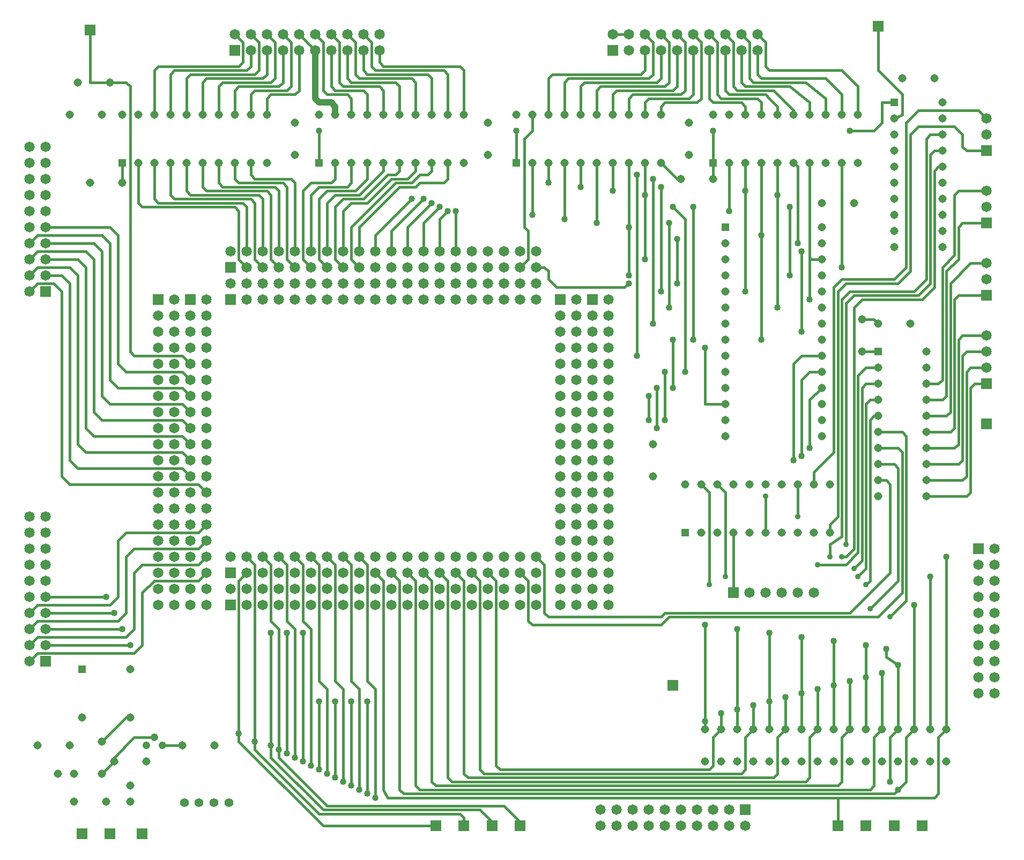
<source format=gbl>
G04 Output by ViewMate Deluxe V11.0.9  PentaLogix LLC*
G04 Sun Jun 14 09:31:16 2015*
%FSLAX33Y33*%
%MOMM*%
%IPPOS*%
%ADD16C,1.209*%
%ADD17C,0.4064*%
%ADD18C,1.016*%
%ADD19C,0.9068*%
%ADD20C,1.016*%
%ADD102R,1.651X1.651*%
%ADD103C,1.651*%
%ADD104R,1.8009X1.8009*%
%ADD105C,1.3081*%
%ADD106R,1.3081X1.3081*%
%ADD107C,1.4224*%

%LPD*%
X0Y0D2*D17*G1X140018Y94932D2*X150178Y94932D1*X150812Y94298D2*X140652Y94298D1*X13018Y46672D2*X22542Y46672D1*X26352Y39052D2*X13018Y39052D1*X147638Y16192D2*X148908Y17462D1*X148908Y24448*X150178Y25718*X116522Y64452D2*X117792Y63182D1*X40322Y112078D2*X40322Y115252D1*X49848Y101282D2*X49848Y110808D1*X49212Y111442*X40958Y111442*X40322Y112078*X25082Y115252D2*X25082Y112078D1*X27622Y115252D2*X27622Y108902D1*X28258Y108268*X42862Y108268*X43498Y107632*X43498Y100012*X44768Y98742*X44768Y101282D2*X44768Y108268D1*X44132Y108902*X30798Y108902*X30162Y109538*X30162Y115252*X32702Y115252D2*X32702Y110172D1*X33338Y109538*X45402Y109538*X46038Y108902*X46038Y100012*X47308Y98742*X47308Y101282D2*X47308Y109538D1*X46672Y110172*X35878Y110172*X35242Y110808*X35242Y115252*X37782Y115252D2*X37782Y111442D1*X38418Y110808*X47942Y110808*X48578Y110172*X48578Y100012*X49848Y98742*X52388Y98742D2*X51118Y100012D1*X51118Y111442*X50482Y112078*X43498Y112078*X42862Y112712*X42862Y115252*X45402Y115252D2*X45402Y113348D1*X46038Y112712*X51752Y112712*X52388Y112078*X52388Y101282*X65088Y101282D2*X65088Y103822D1*X70802Y109538*X105092Y135572D2*X102552Y135572D1*X144462Y136842D2*X144462Y129858D1*X148272Y126048*X147002Y122238D2*X148272Y122872D1*X148272Y126048*X147002Y124778D2*X145098Y124778D1*X145098Y121602*X143828Y120332*X140018Y120332*X126048Y115252D2*X126048Y103822D1*X123508Y115252D2*X123508Y110808D1*X110172Y115252D2*X112712Y112712D1*X113348Y112712*X115252Y87312D2*X115252Y108268D1*X112712Y103188D2*X112712Y96202D1*X107632Y100012D2*X107632Y110172D1*X107632Y115252*X102552Y110808D2*X102552Y115252D1*X100012Y115252D2*X100012Y105728D1*X97472Y115252D2*X97472Y111442D1*X87312Y115252D2*X87312Y120332D1*X89852Y115252D2*X89852Y106998D1*X92392Y115252D2*X92392Y112078D1*X94932Y106362D2*X94932Y115252D1*X90488Y98742D2*X91758Y98742D1*X92392Y98108*X92392Y96838*X93662Y95568*X104458Y95568*X105092Y96202*X105092Y97472D2*X105092Y105092D1*X105092Y115252*X106362Y84772D2*X106362Y113348D1*X110808Y82232D2*X110808Y74612D1*X108268Y74612D2*X108268Y78422D1*X109538Y79692D2*X109538Y73342D1*X112078Y87312D2*X112078Y79692D1*X108902Y112712D2*X108902Y89852D1*X110172Y94932D2*X110172Y111442D1*X111442Y105728D2*X111442Y92392D1*X112078Y108268D2*X113982Y106362D1*X113982Y82232*X120332Y77152D2*X117158Y77152D1*X117158Y86042*X126048Y103822D2*X126048Y87312D1*X130492Y97472D2*X130492Y108268D1*X138748Y115252D2*X138748Y98742D1*X133668Y100394D2*X133668Y115252D1*X133668Y100012D2*X133858Y99949D1*X135572Y100012D2*X133858Y99949D1*X133668Y100394*X133668Y100012*X133668Y93662*X132398Y101282D2*X132398Y88582D1*X131762Y102552D2*X131762Y114618D1*X131128Y115252*X128588Y115252D2*X128588Y110172D1*X128588Y92392*X123508Y110808D2*X123508Y94932D1*X120968Y115252D2*X120968Y107632D1*X118428Y112712D2*X118428Y115252D1*X118428Y120332*X125412Y133032D2*X125412Y129222D1*X125412Y135572D2*X126682Y134302D1*X126682Y130492*X127318Y129858*X138748Y129858*X141288Y127318*X141288Y122872*X138748Y122872D2*X138748Y126048D1*X136208Y128588*X126048Y128588*X125412Y129222*X122872Y133032D2*X122872Y127952D1*X122872Y135572D2*X124142Y134302D1*X124142Y128588*X124778Y127952*X133032Y127952*X136208Y125412*X136208Y122872*X133668Y122872D2*X133668Y124778D1*X130492Y127318*X123508Y127318*X122872Y127952*X120332Y133032D2*X120332Y126682D1*X120332Y135572D2*X121602Y134302D1*X121602Y127318*X122238Y126682*X127952Y126682*X131128Y123508*X131128Y122872*X128588Y122872D2*X128588Y124142D1*X127318Y125412*X126682Y126048*X120968Y126048*X120332Y126682*X117792Y133032D2*X117792Y125412D1*X117792Y135572D2*X119062Y134302D1*X119062Y126048*X119698Y125412*X125412Y125412*X126048Y124778*X126048Y122872*X123508Y122872D2*X123508Y124142D1*X122872Y124778*X118428Y124778*X117792Y125412*X110172Y122872D2*X110172Y124142D1*X110808Y124778*X115888Y124778*X116522Y125412*X116522Y134302*X115252Y135572*X113982Y134302D2*X112712Y135572D1*X115252Y133032D2*X115252Y126048D1*X114618Y125412*X108268Y125412*X107632Y124778*X107632Y122872*X105092Y122872D2*X105092Y125412D1*X105728Y126048*X113348Y126048*X113982Y126682*X113982Y134302*X112712Y133032D2*X112712Y127318D1*X112078Y126682*X103188Y126682*X102552Y126048*X102552Y122872*X100012Y122872D2*X100012Y126682D1*X100648Y127318*X110808Y127318*X111442Y127952*X111442Y134302*X110172Y135572*X108902Y134302D2*X107632Y135572D1*X110172Y133032D2*X110172Y128588D1*X109538Y127952*X98108Y127952*X97472Y127318*X97472Y122872*X94932Y122872D2*X94932Y127952D1*X95568Y128588*X108268Y128588*X108902Y129222*X108902Y134302*X107632Y133032D2*X107632Y129858D1*X106998Y129222*X93028Y129222*X92392Y128588*X92392Y122872*X89852Y122872D2*X89852Y120332D1*X88582Y119062*X88582Y105092*X89218Y104458*X89218Y100012*X87948Y98742*X77788Y107632D2*X77788Y101282D1*X76518Y107632D2*X75248Y106362D1*X75248Y101282*X72708Y101282D2*X72708Y105728D1*X75248Y108268*X73978Y108902D2*X70168Y105092D1*X70168Y101282*X67628Y101282D2*X67628Y104458D1*X72708Y109538*X76518Y115252D2*X76518Y112712D1*X75882Y112078*X72072Y112078*X71438Y111442*X68898Y111442*X62548Y105092*X62548Y101282*X61278Y100012D2*X62548Y98742D1*X60008Y101282D2*X60008Y107632D1*X61278Y108902*X63818Y108902*X67628Y112712*X70168Y112712*X71438Y113982*X71438Y115252*X73978Y115252D2*X73978Y113982D1*X73342Y113348*X72072Y113348*X70802Y112078*X68262Y112078*X61278Y105092*X61278Y100012*X58738Y100012D2*X60008Y98742D1*X57468Y101282D2*X57468Y108902D1*X58738Y110172*X62548Y110172*X66358Y113982*X66358Y115252*X68898Y115252D2*X68898Y113982D1*X68262Y113348*X66992Y113348*X63182Y109538*X60008Y109538*X58738Y108268*X58738Y100012*X56198Y100012D2*X57468Y98742D1*X54928Y101282D2*X54928Y110172D1*X56198Y111442*X60642Y111442*X61278Y112078*X61278Y115252*X63818Y115252D2*X63818Y112712D1*X61912Y110808*X57468Y110808*X56198Y109538*X56198Y100012*X54928Y98742D2*X53658Y100012D1*X53658Y110808*X54928Y112078*X58102Y112078*X58738Y112712*X58738Y115252*X56198Y120332D2*X56198Y115252D1*X65722Y133032D2*X65722Y131128D1*X66358Y130492*X78422Y130492*X79058Y129858*X79058Y122872*X76518Y122872D2*X76518Y129222D1*X75882Y129858*X65088Y129858*X64452Y130492*X64452Y134302*X63182Y135572*X63182Y133032D2*X63182Y129858D1*X63818Y129222*X73342Y129222*X73978Y128588*X73978Y122872*X71438Y122872D2*X71438Y127952D1*X70802Y128588*X62548Y128588*X61912Y129222*X61912Y134302*X60642Y135572*X60642Y133032D2*X60642Y128588D1*X61278Y127952*X68262Y127952*X68898Y127318*X68898Y122872*X66358Y122872D2*X66358Y126682D1*X65722Y127318*X60008Y127318*X59372Y127952*X59372Y134302*X58102Y135572*X56832Y134302D2*X55562Y135572D1*X58102Y133032D2*X58102Y127318D1*X58738Y126682*X63182Y126682*X63818Y126048*X63818Y122872*X61278Y122872D2*X61278Y125412D1*X60642Y126048*X57468Y126048*X56832Y126682*X56832Y134302*X53022Y135572D2*X55562Y133032D1*X47942Y135572D2*X49212Y134302D1*X44132Y134302D2*X42862Y135572D1*X40322Y127318D2*X40958Y127952D1*X48578Y127952*X49212Y128588*X49212Y134302*X51752Y134302D2*X50482Y135572D1*X53022Y133032D2*X53022Y126682D1*X52388Y126048*X48578Y126048*X47942Y125412*X47942Y122872*X45402Y122872D2*X45402Y126048D1*X46038Y126682*X51118Y126682*X51752Y127318*X51752Y134302*X50482Y133032D2*X50482Y127952D1*X49848Y127318*X43498Y127318*X42862Y126682*X42862Y122872*X40322Y127318D2*X40322Y122872D1*X30162Y129858D2*X30798Y130492D1*X43498Y130492*X44132Y131128*X44132Y134302*X46672Y134302D2*X45402Y135572D1*X47942Y133032D2*X47942Y129222D1*X47308Y128588*X38418Y128588*X37782Y127952*X37782Y122872*X35242Y122872D2*X35242Y128588D1*X35878Y129222*X46038Y129222*X46672Y129858*X46672Y134302*X45402Y133032D2*X45402Y130492D1*X44768Y129858*X33338Y129858*X32702Y129222*X32702Y122872*X30162Y129858D2*X30162Y122872D1*X20002Y136208D2*X20002Y127952D1*X23178Y127952*X25718Y127952*X26352Y127318*X26352Y85408*X26988Y84772*X34608Y84772*X35878Y83502*X35878Y80962D2*X34608Y82232D1*X25718Y82232*X24448Y83502*X24448Y103822*X23178Y105092*X13018Y105092*X13018Y102552D2*X20638Y102552D1*X21908Y101282*X21908Y78422*X23178Y77152*X34608Y77152*X35878Y75882*X35878Y78422D2*X34608Y79692D1*X24448Y79692*X23178Y80962*X23178Y102552*X21908Y103822*X11748Y103822*X10478Y102552*X10478Y100012D2*X11748Y101282D1*X19368Y101282*X20638Y100012*X20638Y75882*X21908Y74612*X34608Y74612*X35878Y73342*X35878Y70802D2*X34608Y72072D1*X20638Y72072*X19368Y73342*X19368Y98742*X18098Y100012*X13018Y100012*X13018Y97472D2*X15558Y97472D1*X16828Y96202*X16828Y68262*X18098Y66992*X34608Y66992*X35878Y65722*X35878Y68262D2*X34608Y69532D1*X19368Y69532*X18098Y70802*X18098Y97472*X16828Y98742*X11748Y98742*X10478Y97472*X10478Y94932D2*X11748Y96202D1*X14288Y96202*X15558Y94932*X15558Y65722*X16828Y64452*X37148Y64452*X38418Y63182*X38418Y55562D2*X37148Y54292D1*X38418Y58102D2*X37148Y56832D1*X25718Y56832*X24448Y55562*X24448Y46672*X23178Y45402*X11748Y45402*X10478Y44132*X23812Y44132D2*X13018Y44132D1*X13018Y41592D2*X25082Y41592D1*X10478Y41592D2*X11748Y42862D1*X24448Y42862*X25718Y44132*X25718Y53022*X26988Y54292*X37148Y54292*X38418Y53022D2*X37148Y51752D1*X28258Y51752*X26988Y50482*X26988Y41592*X25718Y40322*X11748Y40322*X10478Y39052*X10478Y36512D2*X11748Y37782D1*X26988Y37782*X28258Y39052*X28258Y47308*X30162Y49212*X37148Y49212*X38418Y50482*X54928Y20002D2*X54928Y41592D1*X43498Y23812D2*X56832Y10478D1*X74612Y10478*X81598Y13018D2*X83502Y11112D1*X83502Y10478*X87948Y10478D2*X87948Y11112D1*X85408Y13652*X57468Y13652*X49848Y21272*X49848Y22542*X49848Y41592*X51118Y21908D2*X51118Y40958D1*X56198Y19368D2*X56198Y30162D1*X60008Y32068D2*X60008Y17462D1*X61278Y16828D2*X61278Y30162D1*X65088Y32068D2*X65088Y14922D1*X82868Y50482D2*X84138Y49212D1*X84138Y20002*X84772Y19368*X117792Y19368*X118428Y20002*X118428Y24448*X122238Y28892D2*X122238Y25718D1*X124778Y29528D2*X124778Y25718D1*X123508Y24448*X123508Y19368*X122872Y18732*X82232Y18732*X81598Y19368*X81598Y49212*X80328Y50482*X77788Y50482D2*X79058Y49212D1*X79058Y18732*X79692Y18098*X127952Y18098*X128588Y18732*X128588Y24448*X132398Y31432D2*X132398Y25718D1*X134938Y32068D2*X134938Y25718D1*X133668Y24448*X133668Y18098*X133032Y17462*X77152Y17462*X76518Y18098*X76518Y49212*X75248Y50482*X72708Y50482D2*X73978Y49212D1*X73978Y17462*X74612Y16828*X138112Y16828*X138748Y17462*X138748Y24448*X142558Y33972D2*X142558Y25718D1*X145098Y34608D2*X145098Y25718D1*X143828Y24448*X143828Y16828*X143192Y16192*X72072Y16192*X71438Y16828*X71438Y49212*X70168Y50482*X67628Y50482D2*X68898Y49212D1*X68898Y16192*X69532Y15558*X147002Y15558*X147638Y16192*X146368Y17462D2*X146368Y24448D1*X147638Y25718*X147638Y35878*X145732Y37148*X145732Y38418*X142558Y33972D2*X142558Y39052D1*X140018Y33338D2*X140018Y25718D1*X138748Y24448*X137478Y25718D2*X137478Y32702D1*X137478Y39688*X132398Y31432D2*X132398Y40322D1*X129858Y30798D2*X129858Y25718D1*X128588Y24448*X127318Y25718D2*X127318Y30162D1*X127318Y40958*X122238Y28892D2*X122238Y41592D1*X119698Y28258D2*X119698Y25718D1*X118428Y24448*X117158Y25718D2*X117158Y26988D1*X117158Y42228*X117792Y63182D2*X117792Y48578D1*X119062Y64452D2*X120332Y63182D1*X120332Y49848*X121602Y56832D2*X121602Y47308D1*X126682Y62548D2*X126682Y56832D1*X131128Y68262D2*X131128Y83502D1*X132398Y84772*X135572Y84772*X135572Y82232D2*X133668Y82232D1*X132398Y80962*X132398Y68898*X133668Y70168D2*X133668Y77788D1*X135572Y79692*X142558Y77152D2*X143192Y77788D1*X144462Y77788*X141922Y85408D2*X144462Y85408D1*X141922Y90488D2*X143828Y90488D1*X144462Y89852*X161608Y87948D2*X157798Y87948D1*X161608Y80328D2*X159702Y80328D1*X159068Y79692*X159068Y63182*X158432Y62548*X152082Y62548*X152082Y65088D2*X157798Y65088D1*X158432Y65722*X158432Y82232*X159068Y82868*X161608Y82868*X161608Y85408D2*X158432Y85408D1*X157798Y84772*X157798Y68262*X157162Y67628*X152082Y67628*X152082Y70168D2*X156528Y70168D1*X157162Y70802*X157162Y87312*X157798Y87948*X161608Y99378D2*X159068Y99378D1*X161608Y94298D2*X157162Y94298D1*X156528Y93662*X156528Y73342*X155892Y72708*X152082Y72708*X152082Y75248D2*X155258Y75248D1*X155892Y75882*X155892Y96202*X159068Y99378*X161608Y110808D2*X157162Y110808D1*X161608Y105728D2*X157798Y105728D1*X157162Y105092*X157162Y100012*X155258Y98108*X155258Y78422*X154622Y77788*X152082Y77788*X152082Y80328D2*X153988Y80328D1*X154622Y80962*X154622Y98742*X156528Y100648*X156528Y110172*X157162Y110808*X154622Y114618D2*X153988Y114618D1*X153352Y113982*X153352Y95568*X151448Y93662*X141922Y93662*X140652Y92392*X140652Y54292*X138748Y53022D2*X139382Y53022D1*X140652Y54292*X139382Y54928D2*X139382Y93028D1*X140652Y94298*X150812Y94298D2*X152718Y96202D1*X152718Y116522*X153352Y117158*X154622Y117158*X156528Y120968D2*X150812Y120968D1*X149542Y119698*X149542Y98108*X147638Y96202*X139382Y96202*X138112Y94932*X138112Y59372*X136842Y58102*X136842Y56832*X131762Y64452D2*X131762Y59372D1*X134302Y64452D2*X134302Y66358D1*X137478Y69532*X137478Y95568*X138748Y96838*X147002Y96838*X148908Y98742*X148908Y121602*X150812Y123508*X160338Y123508*X161608Y122238*X161608Y117158D2*X158432Y117158D1*X157798Y117792*X157798Y119698*X156528Y120968*X154622Y119698D2*X152718Y119698D1*X152082Y119062*X152082Y96838*X150178Y94932*X140018Y94932D2*X138748Y93662D1*X138748Y56198*X136842Y54928*X136842Y53022*X134938Y51752D2*X139382Y51752D1*X141288Y53658*X141288Y81598*X142558Y82868*X144462Y82868*X144462Y80328D2*X142558Y80328D1*X141922Y79692*X141922Y52388*X140652Y51118*X141288Y49848D2*X142558Y51118D1*X142558Y77152*X144462Y75248D2*X143828Y75248D1*X143192Y74612*X143192Y49212*X142558Y48578*X146368Y43498D2*X148908Y46038D1*X143192Y44768D2*X147638Y49212D1*X147638Y66992*X147002Y67628*X144462Y67628*X144462Y65088D2*X145732Y65088D1*X146368Y64452*X146368Y50482*X140018Y44132*X110808Y44132*X110172Y43498*X92392Y43498*X91758Y44132*X91758Y51752*X90488Y53022*X87948Y50482D2*X89218Y49212D1*X89218Y42862*X89852Y42228*X110172Y42228*X111442Y43498*X144462Y43498*X148272Y47308*X148272Y69532*X147638Y70168*X144462Y70168*X144462Y72708D2*X148272Y72708D1*X148908Y72072*X148908Y46038*X150178Y25718D2*X150178Y45402D1*X152718Y49848D2*X152718Y25718D1*X155258Y53022D2*X155258Y25718D1*X153988Y24448*X153988Y15558*X153352Y14922*X138112Y14922*X138112Y10478D2*X138112Y14922D1*X66992Y14922*X66358Y16192*X66358Y49212*X65088Y50482*X62548Y53022D2*X63818Y51752D1*X63818Y33338*X65088Y32068*X63818Y15558D2*X63818Y30162D1*X62548Y16192D2*X62548Y32068D1*X61278Y33338*X61278Y51752*X60008Y53022*X57468Y53022D2*X58738Y51752D1*X58738Y33338*X60008Y32068*X58738Y18098D2*X58738Y30162D1*X57468Y18732D2*X57468Y32068D1*X56198Y33338*X56198Y51752*X54928Y53022*X52388Y53022D2*X53658Y51752D1*X53658Y42862*X54928Y41592*X53658Y20638D2*X53658Y40958D1*X52388Y21272D2*X52388Y41592D1*X51118Y42862*X51118Y51752*X49848Y53022*X47308Y53022D2*X48578Y51752D1*X48578Y42862*X49848Y41592*X48578Y40958D2*X48578Y23178D1*X48578Y21272*X56832Y13018*X81598Y13018*X79058Y10478D2*X79058Y11748D1*X78422Y12382*X56198Y12382*X46038Y22542*X46038Y23812*X46038Y51752*X44768Y53022*X44768Y50482D2*X43498Y49212D1*X43498Y25082*X43498Y23812*X31432Y23178D2*X34608Y23178D1*X26352Y27622D2*X25718Y27622D1*X21908Y23812*X21908Y18732D2*X23812Y20638D1*X23812Y21272*X26988Y24448*X30162Y24448*D18*X55562Y133032D2*X55562Y125412D1*X56198Y124778*X58102Y124778*X58738Y124142*X58738Y122872*D16*X28892Y23178D3*X30162Y24448D3*X31432Y23178D3*D19*X117792Y48578D3*X120332Y49848D3*X146368Y43498D3*X143192Y44768D3*X142558Y48578D3*X141288Y49848D3*X140652Y51118D3*X139382Y54928D3*X138748Y53022D3*X134938Y51752D3*X136842Y53022D3*X131762Y59372D3*X126682Y62548D3*D20*X48578Y40958D3*X51118Y40958D3*X53658Y40958D3*X56198Y30162D3*X58738Y30162D3*X61278Y30162D3*X63818Y30162D3*X65088Y14922D3*X63818Y15558D3*X62548Y16192D3*X61278Y16828D3*X60008Y17462D3*X58738Y18098D3*X57468Y18732D3*X56198Y19368D3*X54928Y20002D3*X53658Y20638D3*X52388Y21272D3*X51118Y21908D3*X49848Y22542D3*X48578Y23178D3*X46038Y23812D3*X43498Y25082D3*X26352Y39052D3*X25082Y41592D3*X23812Y44132D3*X22542Y46672D3*X56198Y120332D3*X70802Y109538D3*X72708Y109538D3*X73978Y108902D3*X77788Y107632D3*X76518Y107632D3*X75248Y108268D3*X87312Y120332D3*X105092Y105092D3*X100012Y105728D3*X94932Y106362D3*X89852Y106998D3*X92392Y112078D3*X97472Y111442D3*X102552Y110808D3*X107632Y110172D3*X106362Y113348D3*X108902Y112712D3*X110172Y111442D3*X118428Y120332D3*X140018Y120332D3*X138748Y98742D3*X123508Y94932D3*X112078Y87312D3*X115252Y87312D3*X117158Y86042D3*X126048Y87312D3*X132398Y88582D3*X128588Y92392D3*X133668Y93662D3*X130492Y97472D3*X132398Y101282D3*X131762Y102552D3*X126048Y103822D3*X130492Y108268D3*X128588Y110172D3*X123508Y110808D3*X120968Y107632D3*X115252Y108268D3*X112078Y108268D3*X111442Y105728D3*X112712Y103188D3*X105092Y96202D3*X105092Y97472D3*X107632Y100012D3*X112712Y96202D3*X110172Y94932D3*X111442Y92392D3*X108902Y89852D3*X106362Y84772D3*X110808Y82232D3*X110808Y74612D3*X109538Y73342D3*X108268Y74612D3*X108268Y78422D3*X109538Y79692D3*X112078Y79692D3*X113982Y82232D3*X131128Y68262D3*X132398Y68898D3*X133668Y70168D3*X155258Y53022D3*X152718Y49848D3*X150178Y45402D3*X147638Y16192D3*X146368Y17462D3*X117158Y26988D3*X119698Y28258D3*X122238Y28892D3*X124778Y29528D3*X127318Y30162D3*X129858Y30798D3*X132398Y31432D3*X134938Y32068D3*X137478Y32702D3*X140018Y33338D3*X142558Y33972D3*X145098Y34608D3*X147638Y35878D3*X145732Y38418D3*X142558Y39052D3*X137478Y39688D3*X132398Y40322D3*X127318Y40958D3*X122238Y41592D3*X117158Y42228D3*D102*X123508Y13018D3*X121602Y47308D3*X160338Y54292D3*X161608Y80328D3*X161608Y94298D3*X161608Y105728D3*X161608Y117158D3*X102552Y133032D3*X99378Y93662D3*X94298Y93662D3*X42862Y133032D3*X13018Y94932D3*X30798Y93662D3*X35878Y93662D3*X42228Y98742D3*X42228Y93662D3*X42228Y50482D3*X42228Y45402D3*X13018Y36512D3*D103*X10478Y36512D3*X10478Y39052D3*X13018Y39052D3*X13018Y41592D3*X10478Y41592D3*X10478Y46672D3*X10478Y44132D3*X13018Y44132D3*X13018Y46672D3*X13018Y49212D3*X10478Y49212D3*X10478Y51752D3*X13018Y51752D3*X13018Y56832D3*X13018Y54292D3*X10478Y54292D3*X10478Y56832D3*X10478Y59372D3*X13018Y59372D3*X62548Y98742D3*X65088Y98742D3*X65088Y101282D3*X62548Y101282D3*X57468Y101282D3*X60008Y101282D3*X60008Y98742D3*X57468Y98742D3*X52388Y98742D3*X54928Y98742D3*X54928Y101282D3*X52388Y101282D3*X47308Y101282D3*X49848Y101282D3*X49848Y98742D3*X47308Y98742D3*X44768Y98742D3*X44768Y101282D3*X42228Y101282D3*X33338Y93662D3*X10478Y94932D3*X10478Y97472D3*X13018Y97472D3*X13018Y100012D3*X10478Y100012D3*X10478Y105092D3*X10478Y102552D3*X13018Y102552D3*X13018Y105092D3*X13018Y107632D3*X10478Y107632D3*X10478Y110172D3*X13018Y110172D3*X13018Y115252D3*X13018Y112712D3*X10478Y112712D3*X10478Y115252D3*X10478Y117792D3*X13018Y117792D3*X42862Y135572D3*X45402Y133032D3*X45402Y135572D3*X47942Y135572D3*X47942Y133032D3*X50482Y133032D3*X50482Y135572D3*X53022Y135572D3*X53022Y133032D3*X55562Y133032D3*X55562Y135572D3*X58102Y135572D3*X58102Y133032D3*X60642Y133032D3*X60642Y135572D3*X63182Y135572D3*X63182Y133032D3*X65722Y133032D3*X65722Y135572D3*X102552Y135572D3*X105092Y135572D3*X105092Y133032D3*X107632Y133032D3*X107632Y135572D3*X110172Y135572D3*X110172Y133032D3*X112712Y133032D3*X112712Y135572D3*X115252Y135572D3*X115252Y133032D3*X117792Y133032D3*X117792Y135572D3*X120332Y135572D3*X120332Y133032D3*X122872Y133032D3*X122872Y135572D3*X125412Y135572D3*X125412Y133032D3*X161608Y122238D3*X161608Y119698D3*X161608Y110808D3*X161608Y108268D3*X161608Y99378D3*X161608Y96838D3*X161608Y87948D3*X161608Y85408D3*X161608Y82868D3*X162878Y31432D3*X160338Y31432D3*X160338Y33972D3*X162878Y33972D3*X162878Y39052D3*X162878Y36512D3*X160338Y36512D3*X160338Y39052D3*X160338Y41592D3*X162878Y41592D3*X162878Y54292D3*X162878Y51752D3*X160338Y51752D3*X160338Y49212D3*X162878Y49212D3*X162878Y46672D3*X162878Y44132D3*X160338Y44132D3*X160338Y46672D3*X134302Y47308D3*X131762Y47308D3*X129222Y47308D3*X126682Y47308D3*X124142Y47308D3*X77788Y53022D3*X75248Y53022D3*X75248Y50482D3*X77788Y50482D3*X82868Y50482D3*X80328Y50482D3*X80328Y53022D3*X82868Y53022D3*X87948Y53022D3*X85408Y53022D3*X85408Y50482D3*X87948Y50482D3*X90488Y50482D3*X90488Y53022D3*X96838Y70802D3*X94298Y70802D3*X94298Y65722D3*X94298Y68262D3*X96838Y68262D3*X96838Y65722D3*X96838Y63182D3*X94298Y63182D3*X94298Y60642D3*X96838Y60642D3*X101918Y60642D3*X99378Y60642D3*X99378Y63182D3*X101918Y63182D3*X101918Y68262D3*X101918Y65722D3*X99378Y65722D3*X99378Y68262D3*X99378Y70802D3*X101918Y70802D3*X101918Y80962D3*X99378Y80962D3*X99378Y78422D3*X101918Y78422D3*X101918Y75882D3*X101918Y73342D3*X99378Y73342D3*X99378Y75882D3*X96838Y75882D3*X96838Y73342D3*X94298Y73342D3*X94298Y75882D3*X94298Y78422D3*X96838Y78422D3*X96838Y80962D3*X94298Y80962D3*X90488Y101282D3*X90488Y98742D3*X96838Y93662D3*X101918Y93662D3*X101918Y91122D3*X99378Y91122D3*X99378Y88582D3*X101918Y88582D3*X101918Y86042D3*X101918Y83502D3*X99378Y83502D3*X99378Y86042D3*X96838Y86042D3*X96838Y83502D3*X94298Y83502D3*X94298Y86042D3*X94298Y88582D3*X96838Y88582D3*X96838Y91122D3*X94298Y91122D3*X90488Y93662D3*X90488Y96202D3*X87948Y96202D3*X87948Y93662D3*X85408Y93662D3*X85408Y96202D3*X85408Y98742D3*X87948Y98742D3*X87948Y101282D3*X85408Y101282D3*X82868Y101282D3*X80328Y101282D3*X80328Y98742D3*X82868Y98742D3*X82868Y96202D3*X82868Y93662D3*X80328Y93662D3*X80328Y96202D3*X77788Y96202D3*X77788Y93662D3*X75248Y93662D3*X75248Y96202D3*X75248Y98742D3*X77788Y98742D3*X77788Y101282D3*X75248Y101282D3*X72708Y101282D3*X70168Y101282D3*X67628Y101282D3*X67628Y98742D3*X70168Y98742D3*X72708Y98742D3*X72708Y96202D3*X72708Y93662D3*X70168Y93662D3*X70168Y96202D3*X67628Y96202D3*X67628Y93662D3*X65088Y93662D3*X65088Y96202D3*X62548Y96202D3*X62548Y93662D3*X60008Y93662D3*X60008Y96202D3*X57468Y96202D3*X57468Y93662D3*X54928Y93662D3*X54928Y96202D3*X52388Y96202D3*X52388Y93662D3*X49848Y93662D3*X49848Y96202D3*X47308Y96202D3*X47308Y93662D3*X44768Y93662D3*X44768Y96202D3*X42228Y96202D3*X38418Y93662D3*X38418Y91122D3*X38418Y88582D3*X35878Y80962D3*X33338Y80962D3*X33338Y78422D3*X35878Y78422D3*X35878Y73342D3*X35878Y75882D3*X33338Y75882D3*X33338Y73342D3*X33338Y70802D3*X35878Y70802D3*X35878Y65722D3*X35878Y68262D3*X33338Y68262D3*X33338Y65722D3*X33338Y63182D3*X35878Y63182D3*X35878Y60642D3*X33338Y60642D3*X33338Y55562D3*X33338Y58102D3*X35878Y58102D3*X35878Y55562D3*X35878Y53022D3*X33338Y53022D3*X33338Y50482D3*X35878Y50482D3*X38418Y50482D3*X38418Y53022D3*X38418Y55562D3*X38418Y58102D3*X38418Y60642D3*X38418Y63182D3*X38418Y65722D3*X38418Y68262D3*X38418Y70802D3*X38418Y73342D3*X38418Y75882D3*X38418Y78422D3*X38418Y80962D3*X38418Y83502D3*X38418Y86042D3*X35878Y86042D3*X35878Y83502D3*X33338Y83502D3*X33338Y86042D3*X33338Y88582D3*X35878Y88582D3*X35878Y91122D3*X33338Y91122D3*X30798Y91122D3*X30798Y88582D3*X30798Y86042D3*X30798Y83502D3*X30798Y80962D3*X30798Y78422D3*X30798Y75882D3*X30798Y73342D3*X30798Y70802D3*X30798Y68262D3*X30798Y65722D3*X30798Y63182D3*X30798Y60642D3*X30798Y58102D3*X30798Y55562D3*X30798Y53022D3*X30798Y50482D3*X30798Y47942D3*X30798Y45402D3*X33338Y45402D3*X33338Y47942D3*X35878Y47942D3*X35878Y45402D3*X38418Y45402D3*X38418Y47942D3*X42228Y47942D3*X44768Y45402D3*X44768Y47942D3*X44768Y50482D3*X42228Y53022D3*X44768Y53022D3*X47308Y53022D3*X49848Y53022D3*X49848Y50482D3*X47308Y50482D3*X47308Y47942D3*X47308Y45402D3*X49848Y45402D3*X49848Y47942D3*X52388Y47942D3*X52388Y45402D3*X54928Y45402D3*X54928Y47942D3*X54928Y50482D3*X52388Y50482D3*X52388Y53022D3*X54928Y53022D3*X57468Y53022D3*X60008Y53022D3*X60008Y50482D3*X57468Y50482D3*X57468Y47942D3*X57468Y45402D3*X60008Y45402D3*X60008Y47942D3*X62548Y47942D3*X62548Y45402D3*X65088Y45402D3*X65088Y47942D3*X65088Y50482D3*X62548Y50482D3*X62548Y53022D3*X65088Y53022D3*X67628Y53022D3*X70168Y53022D3*X72708Y53022D3*X72708Y50482D3*X70168Y50482D3*X67628Y50482D3*X67628Y47942D3*X67628Y45402D3*X70168Y45402D3*X70168Y47942D3*X72708Y47942D3*X72708Y45402D3*X75248Y45402D3*X75248Y47942D3*X77788Y47942D3*X77788Y45402D3*X80328Y45402D3*X80328Y47942D3*X82868Y47942D3*X82868Y45402D3*X85408Y45402D3*X85408Y47942D3*X87948Y47942D3*X87948Y45402D3*X90488Y45402D3*X90488Y47942D3*X96838Y47942D3*X96838Y45402D3*X94298Y45402D3*X94298Y47942D3*X94298Y50482D3*X96838Y50482D3*X96838Y53022D3*X94298Y53022D3*X94298Y55562D3*X94298Y58102D3*X96838Y58102D3*X96838Y55562D3*X99378Y55562D3*X99378Y58102D3*X101918Y58102D3*X101918Y55562D3*X101918Y53022D3*X99378Y53022D3*X99378Y50482D3*X101918Y50482D3*X101918Y45402D3*X101918Y47942D3*X99378Y47942D3*X99378Y45402D3*X100648Y13018D3*X100648Y10478D3*X103188Y10478D3*X103188Y13018D3*X105728Y13018D3*X105728Y10478D3*X108268Y10478D3*X108268Y13018D3*X110808Y13018D3*X110808Y10478D3*X113348Y10478D3*X113348Y13018D3*X115888Y13018D3*X115888Y10478D3*X118428Y10478D3*X118428Y13018D3*X120968Y13018D3*X120968Y10478D3*X123508Y10478D3*D104*X20002Y136208D3*X144462Y136842D3*X161608Y73978D3*X151448Y10478D3*X147002Y10478D3*X142558Y10478D3*X138112Y10478D3*X112078Y32702D3*X87948Y10478D3*X83502Y10478D3*X79058Y10478D3*X74612Y10478D3*X28258Y9208D3*X23178Y9208D3*X18732Y9208D3*D105*X26352Y35242D3*X26352Y27622D3*X11748Y23178D3*X17462Y14288D3*X14922Y18732D3*X17462Y18732D3*X16828Y23178D3*X18732Y27622D3*X21908Y23812D3*X23812Y20638D3*X21908Y18732D3*X22542Y14288D3*X26352Y14288D3*X26352Y16828D3*X28892Y20638D3*X34608Y23178D3*X39688Y23178D3*X137478Y25718D3*X140018Y25718D3*X142558Y25718D3*X145098Y25718D3*X147638Y25718D3*X150178Y25718D3*X152718Y25718D3*X155258Y25718D3*X155258Y20638D3*X152718Y20638D3*X150178Y20638D3*X147638Y20638D3*X145098Y20638D3*X142558Y20638D3*X140018Y20638D3*X137478Y20638D3*X134938Y20638D3*X132398Y20638D3*X129858Y20638D3*X127318Y20638D3*X124778Y20638D3*X122238Y20638D3*X119698Y20638D3*X117158Y20638D3*X117158Y25718D3*X119698Y25718D3*X122238Y25718D3*X124778Y25718D3*X127318Y25718D3*X129858Y25718D3*X132398Y25718D3*X134938Y25718D3*X135572Y72072D3*X135572Y74612D3*X135572Y77152D3*X135572Y79692D3*X135572Y82232D3*X135572Y84772D3*X135572Y87312D3*X135572Y89852D3*X135572Y92392D3*X135572Y94932D3*X135572Y97472D3*X135572Y100012D3*X140652Y108902D3*X135572Y108902D3*X135572Y105092D3*X135572Y102552D3*X120332Y102552D3*X120332Y100012D3*X120332Y97472D3*X120332Y94932D3*X120332Y92392D3*X120332Y89852D3*X120332Y87312D3*X120332Y84772D3*X120332Y82232D3*X120332Y79692D3*X120332Y77152D3*X120332Y74612D3*X120332Y72072D3*X116522Y56832D3*X119062Y56832D3*X121602Y56832D3*X124142Y56832D3*X126682Y56832D3*X129222Y56832D3*X131762Y56832D3*X134302Y56832D3*X136842Y56832D3*X152082Y62548D3*X152082Y65088D3*X152082Y67628D3*X152082Y70168D3*X152082Y72708D3*X152082Y75248D3*X152082Y77788D3*X152082Y80328D3*X152082Y82868D3*X152082Y85408D3*X149542Y89852D3*X144462Y89852D3*X141922Y90488D3*X141922Y85408D3*X144462Y82868D3*X144462Y80328D3*X144462Y77788D3*X144462Y75248D3*X144462Y72708D3*X144462Y70168D3*X144462Y67628D3*X144462Y62548D3*X144462Y65088D3*X136842Y64452D3*X134302Y64452D3*X131762Y64452D3*X129222Y64452D3*X126682Y64452D3*X124142Y64452D3*X121602Y64452D3*X119062Y64452D3*X116522Y64452D3*X113982Y64452D3*X108902Y65722D3*X108902Y70802D3*X16828Y122872D3*X20002Y112078D3*X25082Y112078D3*X27622Y115252D3*X30162Y115252D3*X32702Y115252D3*X35242Y115252D3*X37782Y115252D3*X40322Y115252D3*X42862Y115252D3*X45402Y115252D3*X47942Y115252D3*X52388Y116522D3*X58738Y115252D3*X61278Y115252D3*X63818Y115252D3*X66358Y115252D3*X68898Y115252D3*X71438Y115252D3*X73978Y115252D3*X76518Y115252D3*X79058Y115252D3*X82868Y116522D3*X89852Y115252D3*X92392Y115252D3*X94932Y115252D3*X97472Y115252D3*X100012Y115252D3*X102552Y115252D3*X105092Y115252D3*X107632Y115252D3*X110172Y115252D3*X113348Y112712D3*X114618Y116522D3*X118428Y112712D3*X120968Y115252D3*X123508Y115252D3*X126048Y115252D3*X128588Y115252D3*X131128Y115252D3*X133668Y115252D3*X136208Y115252D3*X138748Y115252D3*X141288Y115252D3*X148272Y128588D3*X153352Y128588D3*X154622Y124778D3*X154622Y122238D3*X154622Y119698D3*X154622Y117158D3*X154622Y114618D3*X154622Y112078D3*X154622Y109538D3*X154622Y106998D3*X154622Y104458D3*X154622Y101918D3*X147002Y101918D3*X147002Y104458D3*X147002Y106998D3*X147002Y109538D3*X147002Y112078D3*X147002Y114618D3*X147002Y117158D3*X147002Y119698D3*X147002Y122238D3*X141288Y122872D3*X138748Y122872D3*X136208Y122872D3*X133668Y122872D3*X131128Y122872D3*X128588Y122872D3*X126048Y122872D3*X123508Y122872D3*X120968Y122872D3*X118428Y122872D3*X114618Y121602D3*X110172Y122872D3*X107632Y122872D3*X105092Y122872D3*X102552Y122872D3*X100012Y122872D3*X97472Y122872D3*X94932Y122872D3*X92392Y122872D3*X89852Y122872D3*X87312Y122872D3*X82868Y121602D3*X79058Y122872D3*X76518Y122872D3*X73978Y122872D3*X71438Y122872D3*X68898Y122872D3*X66358Y122872D3*X63818Y122872D3*X61278Y122872D3*X58738Y122872D3*X56198Y122872D3*X52388Y121602D3*X47942Y122872D3*X45402Y122872D3*X42862Y122872D3*X40322Y122872D3*X37782Y122872D3*X35242Y122872D3*X32702Y122872D3*X30162Y122872D3*X27622Y122872D3*X25082Y122872D3*X21908Y122872D3*X23178Y127952D3*X18098Y127952D3*D106*X147002Y124778D3*X113982Y56832D3*X144462Y85408D3*X120332Y105092D3*X118428Y115252D3*X87312Y115252D3*X56198Y115252D3*X25082Y115252D3*X18732Y35242D3*D107*X34912Y14135D3*X37249Y14135D3*X39586Y14135D3*X41923Y14135D3*X0Y0D2*M02*
</source>
